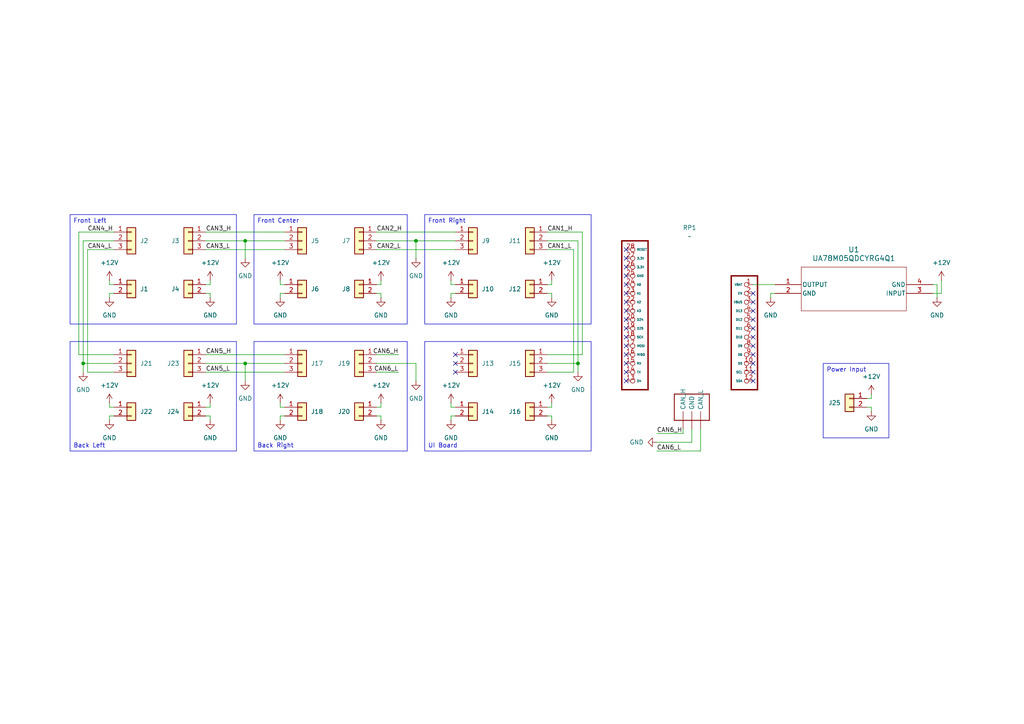
<source format=kicad_sch>
(kicad_sch (version 20231120) (generator "eeschema") (generator_version "8.0")
  (paper "A4")
  (title_block (title "testbench") (date "2025-01-22") (company "Bruin Supermileage") (comment 1 "Dylan Kwong"))
  (lib_symbols
    (symbol "Connector_Generic:Conn_01x02" (pin_names (offset 1.016) hide)
      (property "Reference" "J" (at 0 2.54 0))
      (property "Value" "Conn_01x02" (at 0 -5.08 0))
      (symbol "Conn_01x02_1_1"
        (rectangle (start -1.27 -2.413) (end 0 -2.667) (stroke (width 0.1524)))
        (rectangle (start -1.27 0.127) (end 0 -0.127) (stroke (width 0.1524)))
        (rectangle (start -1.27 1.27) (end 1.27 -3.81) (stroke (width 0.254)) (fill (type background)))
        (pin passive line (at -5.08 0 0) (length 3.81) (name "Pin_1") (number "1"))
        (pin passive line (at -5.08 -2.54 0) (length 3.81) (name "Pin_2") (number "2"))
      )
    )
    (symbol "Connector_Generic:Conn_01x03" (pin_names (offset 1.016) hide)
      (property "Reference" "J" (at 0 5.08 0))
      (property "Value" "Conn_01x03" (at 0 -5.08 0))
      (symbol "Conn_01x03_1_1"
        (rectangle (start -1.27 -2.413) (end 0 -2.667) (stroke (width 0.1524)))
        (rectangle (start -1.27 0.127) (end 0 -0.127) (stroke (width 0.1524)))
        (rectangle (start -1.27 2.667) (end 0 2.413) (stroke (width 0.1524)))
        (rectangle (start -1.27 3.81) (end 1.27 -3.81) (stroke (width 0.254)) (fill (type background)))
        (pin passive line (at -5.08 2.54 0) (length 3.81) (name "Pin_1") (number "1"))
        (pin passive line (at -5.08 0 0) (length 3.81) (name "Pin_2") (number "2"))
        (pin passive line (at -5.08 -2.54 0) (length 3.81) (name "Pin_3") (number "3"))
      )
    )
    (symbol "SMV_Custom:RP2040"
      (property "Reference" "RP" (at 0 39.37 0))
      (symbol "RP2040_1_0"
        (polyline (pts (xy -20.32 -8.89) (xy -20.32 34.29)) (stroke (width 0.4064)))
        (polyline (pts (xy -20.32 34.29) (xy -12.7 34.29)) (stroke (width 0.4064)))
        (polyline (pts (xy -12.7 -8.89) (xy -20.32 -8.89)) (stroke (width 0.4064)))
        (polyline (pts (xy -12.7 34.29) (xy -12.7 -8.89)) (stroke (width 0.4064)))
        (polyline (pts (xy -5.08 -17.78) (xy 5.08 -17.78)) (stroke (width 0.254)))
        (polyline (pts (xy -5.08 -10.16) (xy -5.08 -17.78)) (stroke (width 0.254)))
        (polyline (pts (xy 5.08 -17.78) (xy 5.08 -10.16)) (stroke (width 0.254)))
        (polyline (pts (xy 5.08 -10.16) (xy -5.08 -10.16)) (stroke (width 0.254)))
        (polyline (pts (xy 11.43 -8.89) (xy 11.43 24.13)) (stroke (width 0.4064)))
        (polyline (pts (xy 11.43 24.13) (xy 19.05 24.13)) (stroke (width 0.4064)))
        (polyline (pts (xy 19.05 -8.89) (xy 11.43 -8.89)) (stroke (width 0.4064)))
        (polyline (pts (xy 19.05 24.13) (xy 19.05 -8.89)) (stroke (width 0.4064)))
        (pin passive inverted (at 17.78 21.59 180) (length 2.54) (name "VBAT") (number "1"))
        (pin passive inverted (at 17.78 -1.27 180) (length 2.54) (name "D5") (number "10"))
        (pin passive inverted (at 17.78 -3.81 180) (length 2.54) (name "SCL") (number "11"))
        (pin passive inverted (at 17.78 -6.35 180) (length 2.54) (name "SDA") (number "12"))
        (pin passive inverted (at -19.05 -6.35 0) (length 2.54) (name "D4") (number "13"))
        (pin passive inverted (at -19.05 -3.81 0) (length 2.54) (name "TX") (number "14"))
        (pin passive inverted (at -19.05 -1.27 0) (length 2.54) (name "RX") (number "15"))
        (pin passive inverted (at -19.05 1.27 0) (length 2.54) (name "MISO") (number "16"))
        (pin passive inverted (at -19.05 3.81 0) (length 2.54) (name "MOSI") (number "17"))
        (pin passive inverted (at -19.05 6.35 0) (length 2.54) (name "SCK") (number "18"))
        (pin passive inverted (at -19.05 8.89 0) (length 2.54) (name "D25") (number "19"))
        (pin passive inverted (at 17.78 19.05 180) (length 2.54) (name "EN") (number "2"))
        (pin passive inverted (at -19.05 11.43 0) (length 2.54) (name "D24") (number "20"))
        (pin passive inverted (at -19.05 13.97 0) (length 2.54) (name "A3") (number "21"))
        (pin passive inverted (at -19.05 16.51 0) (length 2.54) (name "A2") (number "22"))
        (pin passive inverted (at -19.05 19.05 0) (length 2.54) (name "A1") (number "23"))
        (pin passive inverted (at -19.05 21.59 0) (length 2.54) (name "A0") (number "24"))
        (pin passive inverted (at -19.05 24.13 0) (length 2.54) (name "GND") (number "25"))
        (pin passive inverted (at -19.05 26.67 0) (length 2.54) (name "3.3V") (number "26"))
        (pin passive inverted (at -19.05 29.21 0) (length 2.54) (name "3.3V") (number "27"))
        (pin passive inverted (at -19.05 31.75 0) (length 2.54) (name "RESET") (number "28"))
        (pin passive line (at 2.54 -20.32 90) (length 5.08) (name "CAN_L") (number "29"))
        (pin passive inverted (at 17.78 16.51 180) (length 2.54) (name "VBUS") (number "3"))
        (pin passive line (at 0 -20.32 90) (length 5.08) (name "GND") (number "30"))
        (pin passive line (at -2.54 -20.32 90) (length 5.08) (name "CAN_H") (number "31"))
        (pin passive inverted (at 17.78 13.97 180) (length 2.54) (name "D13") (number "4"))
        (pin passive inverted (at 17.78 11.43 180) (length 2.54) (name "D12") (number "5"))
        (pin passive inverted (at 17.78 8.89 180) (length 2.54) (name "D11") (number "6"))
        (pin passive inverted (at 17.78 6.35 180) (length 2.54) (name "D10") (number "7"))
        (pin passive inverted (at 17.78 3.81 180) (length 2.54) (name "D9") (number "8"))
        (pin passive inverted (at 17.78 1.27 180) (length 2.54) (name "D6") (number "9"))
      )
    )
    (symbol "SMV_Custom:UA78M05QDCYRG4Q1" (pin_names (offset 0.254))
      (property "Reference" "U" (at 22.86 10.16 0))
      (property "Value" "UA78M05QDCYRG4Q1" (at 24.13 7.62 0))
      (symbol "UA78M05QDCYRG4Q1_0_1"
        (polyline (pts (xy 7.62 -7.62) (xy 38.1 -7.62)) (stroke (width 0.127)))
        (polyline (pts (xy 7.62 5.08) (xy 7.62 -7.62)) (stroke (width 0.127)))
        (polyline (pts (xy 38.1 -7.62) (xy 38.1 5.08)) (stroke (width 0.127)))
        (polyline (pts (xy 38.1 5.08) (xy 7.62 5.08)) (stroke (width 0.127)))
        (pin output line (at 0 0 0) (length 7.62) (name "OUTPUT") (number "1"))
        (pin unspecified line (at 0 -2.54 0) (length 7.62) (name "GND") (number "2"))
        (pin input line (at 45.72 -2.54 180) (length 7.62) (name "INPUT") (number "3"))
      )
      (symbol "UA78M05QDCYRG4Q1_1_1"
        (pin unspecified line (at 45.72 0 180) (length 7.62) (name "GND") (number "4"))
      )
    )
    (symbol "power:+12V" (power) (pin_numbers hide) (pin_names (offset 0) hide)
      (property "Value" "+12V" (at 0 3.556 0))
      (symbol "+12V_0_1"
        (polyline (pts (xy -0.762 1.27) (xy 0 2.54)))
        (polyline (pts (xy 0 0) (xy 0 2.54)))
        (polyline (pts (xy 0 2.54) (xy 0.762 1.27)))
      )
      (symbol "+12V_1_1"
        (pin power_in line (at 0 0 90) (length 0) (name "~") (number "1"))
      )
    )
    (symbol "power:GND" (power) (pin_numbers hide) (pin_names (offset 0) hide)
      (property "Value" "GND" (at 0 -3.81 0))
      (symbol "GND_0_1"
        (polyline (pts (xy 0 0) (xy 0 -1.27) (xy 1.27 -1.27) (xy 0 -2.54) (xy -1.27 -1.27) (xy 0 -1.27)))
      )
      (symbol "GND_1_1"
        (pin power_in line (at 0 0 270) (length 0) (name "~") (number "1"))
      )
    )
  )
  (junction (at 120.65 69.85))
  (junction (at 167.64 105.41))
  (junction (at 24.13 105.41))
  (junction (at 71.12 105.41))
  (junction (at 71.12 69.85))
  (no_connect (at 181.61 90.17))
  (no_connect (at 181.61 74.93))
  (no_connect (at 218.44 85.09))
  (no_connect (at 218.44 100.33))
  (no_connect (at 218.44 90.17))
  (no_connect (at 181.61 110.49))
  (no_connect (at 181.61 77.47))
  (no_connect (at 218.44 95.25))
  (no_connect (at 181.61 100.33))
  (no_connect (at 181.61 97.79))
  (no_connect (at 218.44 92.71))
  (no_connect (at 181.61 92.71))
  (no_connect (at 181.61 82.55))
  (no_connect (at 218.44 102.87))
  (no_connect (at 218.44 87.63))
  (no_connect (at 181.61 102.87))
  (no_connect (at 218.44 105.41))
  (no_connect (at 132.08 102.87))
  (no_connect (at 218.44 110.49))
  (no_connect (at 181.61 95.25))
  (no_connect (at 218.44 107.95))
  (no_connect (at 181.61 107.95))
  (no_connect (at 181.61 72.39))
  (no_connect (at 181.61 80.01))
  (no_connect (at 132.08 107.95))
  (no_connect (at 218.44 97.79))
  (no_connect (at 132.08 105.41))
  (no_connect (at 181.61 87.63))
  (no_connect (at 181.61 85.09))
  (no_connect (at 181.61 105.41))
  (wire (pts (xy 120.65 105.41) (xy 120.65 110.49)))
  (wire (pts (xy 160.02 81.28) (xy 160.02 82.55)))
  (wire (pts (xy 130.81 120.65) (xy 132.08 120.65)))
  (wire (pts (xy 59.69 67.31) (xy 82.55 67.31)))
  (wire (pts (xy 60.96 118.11) (xy 59.69 118.11)))
  (wire (pts (xy 33.02 107.95) (xy 25.4 107.95)))
  (wire (pts (xy 158.75 105.41) (xy 167.64 105.41)))
  (wire (pts (xy 160.02 118.11) (xy 158.75 118.11)))
  (wire (pts (xy 31.75 85.09) (xy 33.02 85.09)))
  (wire (pts (xy 31.75 86.36) (xy 31.75 85.09)))
  (wire (pts (xy 190.5 128.27) (xy 200.66 128.27)))
  (wire (pts (xy 160.02 85.09) (xy 158.75 85.09)))
  (wire (pts (xy 168.91 67.31) (xy 158.75 67.31)))
  (wire (pts (xy 81.28 82.55) (xy 82.55 82.55)))
  (wire (pts (xy 59.69 72.39) (xy 82.55 72.39)))
  (wire (pts (xy 130.81 118.11) (xy 132.08 118.11)))
  (wire (pts (xy 168.91 102.87) (xy 168.91 67.31)))
  (wire (pts (xy 31.75 120.65) (xy 33.02 120.65)))
  (wire (pts (xy 160.02 121.92) (xy 160.02 120.65)))
  (wire (pts (xy 81.28 81.28) (xy 81.28 82.55)))
  (wire (pts (xy 59.69 107.95) (xy 82.55 107.95)))
  (wire (pts (xy 198.12 125.73) (xy 198.12 124.46)))
  (wire (pts (xy 200.66 128.27) (xy 200.66 124.46)))
  (wire (pts (xy 115.57 102.87) (xy 109.22 102.87)))
  (wire (pts (xy 158.75 102.87) (xy 168.91 102.87)))
  (wire (pts (xy 24.13 105.41) (xy 33.02 105.41)))
  (wire (pts (xy 130.81 81.28) (xy 130.81 82.55)))
  (wire (pts (xy 160.02 120.65) (xy 158.75 120.65)))
  (wire (pts (xy 110.49 116.84) (xy 110.49 118.11)))
  (wire (pts (xy 130.81 85.09) (xy 132.08 85.09)))
  (wire (pts (xy 160.02 82.55) (xy 158.75 82.55)))
  (wire (pts (xy 130.81 82.55) (xy 132.08 82.55)))
  (wire (pts (xy 252.73 118.11) (xy 251.46 118.11)))
  (wire (pts (xy 110.49 86.36) (xy 110.49 85.09)))
  (wire (pts (xy 109.22 67.31) (xy 132.08 67.31)))
  (wire (pts (xy 81.28 85.09) (xy 82.55 85.09)))
  (wire (pts (xy 109.22 72.39) (xy 132.08 72.39)))
  (wire (pts (xy 252.73 119.38) (xy 252.73 118.11)))
  (wire (pts (xy 110.49 118.11) (xy 109.22 118.11)))
  (wire (pts (xy 203.2 124.46) (xy 203.2 130.81)))
  (wire (pts (xy 22.86 102.87) (xy 22.86 67.31)))
  (wire (pts (xy 166.37 72.39) (xy 158.75 72.39)))
  (wire (pts (xy 71.12 69.85) (xy 82.55 69.85)))
  (wire (pts (xy 273.05 81.28) (xy 273.05 85.09)))
  (wire (pts (xy 158.75 69.85) (xy 167.64 69.85)))
  (wire (pts (xy 167.64 69.85) (xy 167.64 105.41)))
  (wire (pts (xy 190.5 125.73) (xy 198.12 125.73)))
  (wire (pts (xy 115.57 107.95) (xy 109.22 107.95)))
  (wire (pts (xy 110.49 82.55) (xy 109.22 82.55)))
  (wire (pts (xy 120.65 69.85) (xy 132.08 69.85)))
  (wire (pts (xy 160.02 116.84) (xy 160.02 118.11)))
  (wire (pts (xy 110.49 120.65) (xy 109.22 120.65)))
  (wire (pts (xy 223.52 86.36) (xy 223.52 85.09)))
  (wire (pts (xy 60.96 85.09) (xy 59.69 85.09)))
  (wire (pts (xy 59.69 102.87) (xy 82.55 102.87)))
  (wire (pts (xy 81.28 118.11) (xy 82.55 118.11)))
  (wire (pts (xy 252.73 115.57) (xy 251.46 115.57)))
  (wire (pts (xy 109.22 105.41) (xy 120.65 105.41)))
  (wire (pts (xy 60.96 116.84) (xy 60.96 118.11)))
  (wire (pts (xy 270.51 85.09) (xy 273.05 85.09)))
  (wire (pts (xy 81.28 121.92) (xy 81.28 120.65)))
  (wire (pts (xy 81.28 86.36) (xy 81.28 85.09)))
  (wire (pts (xy 252.73 114.3) (xy 252.73 115.57)))
  (wire (pts (xy 60.96 81.28) (xy 60.96 82.55)))
  (wire (pts (xy 223.52 85.09) (xy 224.79 85.09)))
  (wire (pts (xy 33.02 69.85) (xy 24.13 69.85)))
  (wire (pts (xy 130.81 116.84) (xy 130.81 118.11)))
  (wire (pts (xy 271.78 86.36) (xy 271.78 82.55)))
  (wire (pts (xy 31.75 116.84) (xy 31.75 118.11)))
  (wire (pts (xy 160.02 86.36) (xy 160.02 85.09)))
  (wire (pts (xy 60.96 120.65) (xy 59.69 120.65)))
  (wire (pts (xy 158.75 107.95) (xy 166.37 107.95)))
  (wire (pts (xy 130.81 86.36) (xy 130.81 85.09)))
  (wire (pts (xy 218.44 82.55) (xy 224.79 82.55)))
  (wire (pts (xy 60.96 86.36) (xy 60.96 85.09)))
  (wire (pts (xy 25.4 72.39) (xy 33.02 72.39)))
  (wire (pts (xy 33.02 102.87) (xy 22.86 102.87)))
  (wire (pts (xy 31.75 118.11) (xy 33.02 118.11)))
  (wire (pts (xy 166.37 107.95) (xy 166.37 72.39)))
  (wire (pts (xy 59.69 69.85) (xy 71.12 69.85)))
  (wire (pts (xy 110.49 81.28) (xy 110.49 82.55)))
  (wire (pts (xy 71.12 105.41) (xy 82.55 105.41)))
  (wire (pts (xy 120.65 69.85) (xy 120.65 74.93)))
  (wire (pts (xy 271.78 82.55) (xy 270.51 82.55)))
  (wire (pts (xy 81.28 120.65) (xy 82.55 120.65)))
  (wire (pts (xy 24.13 69.85) (xy 24.13 105.41)))
  (wire (pts (xy 71.12 69.85) (xy 71.12 74.93)))
  (wire (pts (xy 71.12 105.41) (xy 71.12 110.49)))
  (wire (pts (xy 109.22 69.85) (xy 120.65 69.85)))
  (wire (pts (xy 167.64 105.41) (xy 167.64 107.95)))
  (wire (pts (xy 130.81 121.92) (xy 130.81 120.65)))
  (wire (pts (xy 31.75 121.92) (xy 31.75 120.65)))
  (wire (pts (xy 22.86 67.31) (xy 33.02 67.31)))
  (wire (pts (xy 24.13 105.41) (xy 24.13 107.95)))
  (wire (pts (xy 31.75 81.28) (xy 31.75 82.55)))
  (wire (pts (xy 25.4 107.95) (xy 25.4 72.39)))
  (wire (pts (xy 31.75 82.55) (xy 33.02 82.55)))
  (wire (pts (xy 110.49 85.09) (xy 109.22 85.09)))
  (wire (pts (xy 60.96 121.92) (xy 60.96 120.65)))
  (wire (pts (xy 203.2 130.81) (xy 190.5 130.81)))
  (wire (pts (xy 59.69 105.41) (xy 71.12 105.41)))
  (wire (pts (xy 60.96 82.55) (xy 59.69 82.55)))
  (wire (pts (xy 81.28 116.84) (xy 81.28 118.11)))
  (wire (pts (xy 110.49 121.92) (xy 110.49 120.65)))
  (text_box "Back Right" (at 73.66 99.06 0) (size 44.45 31.75) (effects (font (size 1.27 1.27)) (justify left bottom)))
  (text_box "Front Left" (at 20.32 62.23 0) (size 48.26 31.75) (effects (font (size 1.27 1.27)) (justify left top)))
  (text_box "Power Input" (at 238.76 105.41 0) (size 19.05 21.59) (effects (font (size 1.27 1.27)) (justify left top)))
  (text_box "Front Right" (at 123.19 62.23 0) (size 48.26 31.75) (effects (font (size 1.27 1.27)) (justify left top)))
  (text_box "Front Center\n" (at 73.66 62.23 0) (size 44.45 31.75) (effects (font (size 1.27 1.27)) (justify left top)))
  (text_box "Back Left" (at 20.32 99.06 0) (size 48.26 31.75) (effects (font (size 1.27 1.27)) (justify left bottom)))
  (text_box "UI Board" (at 123.19 99.06 0) (size 48.26 31.75) (effects (font (size 1.27 1.27)) (justify left bottom)))
  (label "CAN6_H" (at 115.57 102.87 180))
  (label "CAN4_L" (at 25.4 72.39 0))
  (label "CAN1_H" (at 158.75 67.31 0))
  (label "CAN5_H" (at 59.69 102.87 0))
  (label "CAN6_L" (at 190.5 130.81 0))
  (label "CAN6_L" (at 115.57 107.95 180))
  (label "CAN1_L" (at 158.75 72.39 0))
  (label "CAN3_H" (at 59.69 67.31 0))
  (label "CAN5_L" (at 59.69 107.95 0))
  (label "CAN2_H" (at 109.22 67.31 0))
  (label "CAN2_L" (at 109.22 72.39 0))
  (label "CAN4_H" (at 25.4 67.31 0))
  (label "CAN3_L" (at 59.69 72.39 0))
  (label "CAN6_H" (at 190.5 125.73 0))
  (symbol (lib_id "power:GND") (at 60.96 86.36 0) (unit 1)
    (property "Reference" "#PWR02" (effects (hide yes)))
    (property "Value" "GND" (at 60.96 91.44 0))
    (property "Description" "Power symbol creates a global label with name \"GND\" , ground" (effects (hide yes)))
  )
  (symbol (lib_id "SMV_Custom:RP2040") (at 200.66 104.14 0) (unit 1)
    (property "Reference" "RP1" (at 200.025 66.04 0))
    (property "Value" "~" (at 200.025 68.58 0))
    (property "Footprint" "SMV_Connectors:RP2040" (effects (hide yes)))
  )
  (symbol (lib_id "power:GND") (at 24.13 107.95 0) (unit 1)
    (property "Reference" "#PWR029" (effects (hide yes)))
    (property "Value" "GND" (at 24.13 113.03 0))
    (property "Description" "Power symbol creates a global label with name \"GND\" , ground" (effects (hide yes)))
  )
  (symbol (lib_id "power:+12V") (at 130.81 81.28 0) (mirror y) (unit 1)
    (property "Reference" "#PWR09" (effects (hide yes)))
    (property "Value" "+12V" (at 130.81 76.2 0))
    (property "Description" "Power symbol creates a global label with name \"+12V\"" (effects (hide yes)))
  )
  (symbol (lib_id "power:GND") (at 31.75 86.36 0) (mirror y) (unit 1)
    (property "Reference" "#PWR04" (effects (hide yes)))
    (property "Value" "GND" (at 31.75 91.44 0))
    (property "Description" "Power symbol creates a global label with name \"GND\" , ground" (effects (hide yes)))
  )
  (symbol (lib_id "power:GND") (at 60.96 121.92 0) (unit 1)
    (property "Reference" "#PWR024" (effects (hide yes)))
    (property "Value" "GND" (at 60.96 127 0))
    (property "Description" "Power symbol creates a global label with name \"GND\" , ground" (effects (hide yes)))
  )
  (symbol (lib_id "power:GND") (at 120.65 110.49 0) (unit 1)
    (property "Reference" "#PWR027" (effects (hide yes)))
    (property "Value" "GND" (at 120.65 115.57 0))
    (property "Description" "Power symbol creates a global label with name \"GND\" , ground" (effects (hide yes)))
  )
  (symbol (lib_id "Connector_Generic:Conn_01x03") (at 38.1 69.85 0) (unit 1)
    (property "Reference" "J2" (at 40.64 69.85 0) (effects (justify left)))
    (property "Value" "Conn_01x03" (effects (hide yes)))
    (property "Description" "Generic connector, single row, 01x03, script generated (kicad-library-utils/schlib/autogen/connector/)" (effects (hide yes)))
  )
  (symbol (lib_id "Connector_Generic:Conn_01x02") (at 54.61 118.11 0) (mirror y) (unit 1)
    (property "Reference" "J24" (at 52.07 119.38 0) (effects (justify left)))
    (property "Value" "Conn_01x02" (effects (hide yes)))
    (property "Description" "Generic connector, single row, 01x02, script generated (kicad-library-utils/schlib/autogen/connector/)" (effects (hide yes)))
  )
  (symbol (lib_id "Connector_Generic:Conn_01x02") (at 104.14 118.11 0) (mirror y) (unit 1)
    (property "Reference" "J20" (at 101.6 119.38 0) (effects (justify left)))
    (property "Value" "Conn_01x02" (effects (hide yes)))
    (property "Description" "Generic connector, single row, 01x02, script generated (kicad-library-utils/schlib/autogen/connector/)" (effects (hide yes)))
  )
  (symbol (lib_id "power:+12V") (at 110.49 116.84 0) (unit 1)
    (property "Reference" "#PWR019" (effects (hide yes)))
    (property "Value" "+12V" (at 110.49 111.76 0))
    (property "Description" "Power symbol creates a global label with name \"+12V\"" (effects (hide yes)))
  )
  (symbol (lib_id "power:GND") (at 160.02 86.36 0) (unit 1)
    (property "Reference" "#PWR012" (effects (hide yes)))
    (property "Value" "GND" (at 160.02 91.44 0))
    (property "Description" "Power symbol creates a global label with name \"GND\" , ground" (effects (hide yes)))
  )
  (symbol (lib_id "power:GND") (at 110.49 86.36 0) (unit 1)
    (property "Reference" "#PWR08" (effects (hide yes)))
    (property "Value" "GND" (at 110.49 91.44 0))
    (property "Description" "Power symbol creates a global label with name \"GND\" , ground" (effects (hide yes)))
  )
  (symbol (lib_id "power:GND") (at 81.28 86.36 0) (mirror y) (unit 1)
    (property "Reference" "#PWR06" (effects (hide yes)))
    (property "Value" "GND" (at 81.28 91.44 0))
    (property "Description" "Power symbol creates a global label with name \"GND\" , ground" (effects (hide yes)))
  )
  (symbol (lib_id "power:GND") (at 223.52 86.36 0) (mirror y) (unit 1)
    (property "Reference" "#PWR031" (effects (hide yes)))
    (property "Value" "GND" (at 223.52 91.44 0))
    (property "Description" "Power symbol creates a global label with name \"GND\" , ground" (effects (hide yes)))
  )
  (symbol (lib_id "Connector_Generic:Conn_01x02") (at 153.67 118.11 0) (mirror y) (unit 1)
    (property "Reference" "J16" (at 151.13 119.38 0) (effects (justify left)))
    (property "Value" "Conn_01x02" (effects (hide yes)))
    (property "Description" "Generic connector, single row, 01x02, script generated (kicad-library-utils/schlib/autogen/connector/)" (effects (hide yes)))
  )
  (symbol (lib_id "SMV_Custom:UA78M05QDCYRG4Q1") (at 224.79 82.55 0) (unit 1)
    (property "Reference" "U1" (at 247.65 72.39 0) (effects (font (size 1.524 1.524))))
    (property "Value" "UA78M05QDCYRG4Q1" (at 247.65 74.93 0) (effects (font (size 1.524 1.524))))
    (property "Footprint" "SMV_ICs:DCY4_TEX" (effects (hide yes)))
    (property "Datasheet" "UA78M05QDCYRG4Q1" (effects (hide yes)))
  )
  (symbol (lib_id "power:+12V") (at 273.05 81.28 0) (mirror y) (unit 1)
    (property "Reference" "#PWR033" (effects (hide yes)))
    (property "Value" "+12V" (at 273.05 76.2 0))
    (property "Description" "Power symbol creates a global label with name \"+12V\"" (effects (hide yes)))
  )
  (symbol (lib_id "power:+12V") (at 81.28 116.84 0) (mirror y) (unit 1)
    (property "Reference" "#PWR017" (effects (hide yes)))
    (property "Value" "+12V" (at 81.28 111.76 0))
    (property "Description" "Power symbol creates a global label with name \"+12V\"" (effects (hide yes)))
  )
  (symbol (lib_id "power:+12V") (at 160.02 116.84 0) (unit 1)
    (property "Reference" "#PWR015" (effects (hide yes)))
    (property "Value" "+12V" (at 160.02 111.76 0))
    (property "Description" "Power symbol creates a global label with name \"+12V\"" (effects (hide yes)))
  )
  (symbol (lib_id "power:GND") (at 81.28 121.92 0) (mirror y) (unit 1)
    (property "Reference" "#PWR018" (effects (hide yes)))
    (property "Value" "GND" (at 81.28 127 0))
    (property "Description" "Power symbol creates a global label with name \"GND\" , ground" (effects (hide yes)))
  )
  (symbol (lib_id "Connector_Generic:Conn_01x03") (at 104.14 69.85 0) (mirror y) (unit 1)
    (property "Reference" "J7" (at 101.6 69.85 0) (effects (justify left)))
    (property "Value" "Conn_01x03" (effects (hide yes)))
    (property "Description" "Generic connector, single row, 01x03, script generated (kicad-library-utils/schlib/autogen/connector/)" (effects (hide yes)))
  )
  (symbol (lib_id "power:+12V") (at 160.02 81.28 0) (unit 1)
    (property "Reference" "#PWR011" (effects (hide yes)))
    (property "Value" "+12V" (at 160.02 76.2 0))
    (property "Description" "Power symbol creates a global label with name \"+12V\"" (effects (hide yes)))
  )
  (symbol (lib_id "Connector_Generic:Conn_01x03") (at 137.16 69.85 0) (unit 1)
    (property "Reference" "J9" (at 139.7 69.85 0) (effects (justify left)))
    (property "Value" "Conn_01x03" (effects (hide yes)))
    (property "Description" "Generic connector, single row, 01x03, script generated (kicad-library-utils/schlib/autogen/connector/)" (effects (hide yes)))
  )
  (symbol (lib_id "Connector_Generic:Conn_01x02") (at 137.16 82.55 0) (unit 1)
    (property "Reference" "J10" (at 139.7 83.82 0) (effects (justify left)))
    (property "Value" "Conn_01x02" (effects (hide yes)))
    (property "Description" "Generic connector, single row, 01x02, script generated (kicad-library-utils/schlib/autogen/connector/)" (effects (hide yes)))
  )
  (symbol (lib_id "power:+12V") (at 252.73 114.3 0) (unit 1)
    (property "Reference" "#PWR035" (effects (hide yes)))
    (property "Value" "+12V" (at 252.73 109.22 0))
    (property "Description" "Power symbol creates a global label with name \"+12V\"" (effects (hide yes)))
  )
  (symbol (lib_id "power:GND") (at 160.02 121.92 0) (unit 1)
    (property "Reference" "#PWR016" (effects (hide yes)))
    (property "Value" "GND" (at 160.02 127 0))
    (property "Description" "Power symbol creates a global label with name \"GND\" , ground" (effects (hide yes)))
  )
  (symbol (lib_id "power:+12V") (at 110.49 81.28 0) (unit 1)
    (property "Reference" "#PWR07" (effects (hide yes)))
    (property "Value" "+12V" (at 110.49 76.2 0))
    (property "Description" "Power symbol creates a global label with name \"+12V\"" (effects (hide yes)))
  )
  (symbol (lib_id "power:+12V") (at 60.96 116.84 0) (unit 1)
    (property "Reference" "#PWR023" (effects (hide yes)))
    (property "Value" "+12V" (at 60.96 111.76 0))
    (property "Description" "Power symbol creates a global label with name \"+12V\"" (effects (hide yes)))
  )
  (symbol (lib_id "Connector_Generic:Conn_01x02") (at 87.63 118.11 0) (unit 1)
    (property "Reference" "J18" (at 90.17 119.38 0) (effects (justify left)))
    (property "Value" "Conn_01x02" (effects (hide yes)))
    (property "Description" "Generic connector, single row, 01x02, script generated (kicad-library-utils/schlib/autogen/connector/)" (effects (hide yes)))
  )
  (symbol (lib_id "power:GND") (at 130.81 86.36 0) (mirror y) (unit 1)
    (property "Reference" "#PWR010" (effects (hide yes)))
    (property "Value" "GND" (at 130.81 91.44 0))
    (property "Description" "Power symbol creates a global label with name \"GND\" , ground" (effects (hide yes)))
  )
  (symbol (lib_id "Connector_Generic:Conn_01x03") (at 38.1 105.41 0) (unit 1)
    (property "Reference" "J21" (at 40.64 105.41 0) (effects (justify left)))
    (property "Value" "Conn_01x03" (effects (hide yes)))
    (property "Description" "Generic connector, single row, 01x03, script generated (kicad-library-utils/schlib/autogen/connector/)" (effects (hide yes)))
  )
  (symbol (lib_id "power:+12V") (at 81.28 81.28 0) (mirror y) (unit 1)
    (property "Reference" "#PWR05" (effects (hide yes)))
    (property "Value" "+12V" (at 81.28 76.2 0))
    (property "Description" "Power symbol creates a global label with name \"+12V\"" (effects (hide yes)))
  )
  (symbol (lib_id "Connector_Generic:Conn_01x02") (at 246.38 115.57 0) (mirror y) (unit 1)
    (property "Reference" "J25" (at 242.062 116.84 0))
    (property "Value" "Conn_01x02" (effects (hide yes)))
    (property "Description" "Generic connector, single row, 01x02, script generated (kicad-library-utils/schlib/autogen/connector/)" (effects (hide yes)))
  )
  (symbol (lib_id "power:+12V") (at 60.96 81.28 0) (unit 1)
    (property "Reference" "#PWR01" (effects (hide yes)))
    (property "Value" "+12V" (at 60.96 76.2 0))
    (property "Description" "Power symbol creates a global label with name \"+12V\"" (effects (hide yes)))
  )
  (symbol (lib_id "power:GND") (at 252.73 119.38 0) (unit 1)
    (property "Reference" "#PWR036" (effects (hide yes)))
    (property "Value" "GND" (at 252.73 124.46 0))
    (property "Description" "Power symbol creates a global label with name \"GND\" , ground" (effects (hide yes)))
  )
  (symbol (lib_id "Connector_Generic:Conn_01x02") (at 38.1 82.55 0) (unit 1)
    (property "Reference" "J1" (at 40.64 83.82 0) (effects (justify left)))
    (property "Value" "Conn_01x02" (effects (hide yes)))
    (property "Description" "Generic connector, single row, 01x02, script generated (kicad-library-utils/schlib/autogen/connector/)" (effects (hide yes)))
  )
  (symbol (lib_id "power:+12V") (at 31.75 81.28 0) (mirror y) (unit 1)
    (property "Reference" "#PWR03" (effects (hide yes)))
    (property "Value" "+12V" (at 31.75 76.2 0))
    (property "Description" "Power symbol creates a global label with name \"+12V\"" (effects (hide yes)))
  )
  (symbol (lib_id "Connector_Generic:Conn_01x02") (at 137.16 118.11 0) (unit 1)
    (property "Reference" "J14" (at 139.7 119.38 0) (effects (justify left)))
    (property "Value" "Conn_01x02" (effects (hide yes)))
    (property "Description" "Generic connector, single row, 01x02, script generated (kicad-library-utils/schlib/autogen/connector/)" (effects (hide yes)))
  )
  (symbol (lib_id "Connector_Generic:Conn_01x03") (at 54.61 69.85 0) (mirror y) (unit 1)
    (property "Reference" "J3" (at 52.07 69.85 0) (effects (justify left)))
    (property "Value" "Conn_01x03" (effects (hide yes)))
    (property "Description" "Generic connector, single row, 01x03, script generated (kicad-library-utils/schlib/autogen/connector/)" (effects (hide yes)))
  )
  (symbol (lib_id "power:GND") (at 31.75 121.92 0) (mirror y) (unit 1)
    (property "Reference" "#PWR022" (effects (hide yes)))
    (property "Value" "GND" (at 31.75 127 0))
    (property "Description" "Power symbol creates a global label with name \"GND\" , ground" (effects (hide yes)))
  )
  (symbol (lib_id "power:GND") (at 130.81 121.92 0) (mirror y) (unit 1)
    (property "Reference" "#PWR014" (effects (hide yes)))
    (property "Value" "GND" (at 130.81 127 0))
    (property "Description" "Power symbol creates a global label with name \"GND\" , ground" (effects (hide yes)))
  )
  (symbol (lib_id "Connector_Generic:Conn_01x03") (at 153.67 105.41 0) (mirror y) (unit 1)
    (property "Reference" "J15" (at 151.13 105.41 0) (effects (justify left)))
    (property "Value" "Conn_01x03" (effects (hide yes)))
    (property "Description" "Generic connector, single row, 01x03, script generated (kicad-library-utils/schlib/autogen/connector/)" (effects (hide yes)))
  )
  (symbol (lib_id "Connector_Generic:Conn_01x02") (at 38.1 118.11 0) (unit 1)
    (property "Reference" "J22" (at 40.64 119.38 0) (effects (justify left)))
    (property "Value" "Conn_01x02" (effects (hide yes)))
    (property "Description" "Generic connector, single row, 01x02, script generated (kicad-library-utils/schlib/autogen/connector/)" (effects (hide yes)))
  )
  (symbol (lib_id "power:GND") (at 167.64 107.95 0) (unit 1)
    (property "Reference" "#PWR030" (effects (hide yes)))
    (property "Value" "GND" (at 167.64 113.03 0))
    (property "Description" "Power symbol creates a global label with name \"GND\" , ground" (effects (hide yes)))
  )
  (symbol (lib_id "power:GND") (at 71.12 110.49 0) (unit 1)
    (property "Reference" "#PWR028" (effects (hide yes)))
    (property "Value" "GND" (at 71.12 115.57 0))
    (property "Description" "Power symbol creates a global label with name \"GND\" , ground" (effects (hide yes)))
  )
  (symbol (lib_id "Connector_Generic:Conn_01x03") (at 87.63 105.41 0) (unit 1)
    (property "Reference" "J17" (at 90.17 105.41 0) (effects (justify left)))
    (property "Value" "Conn_01x03" (effects (hide yes)))
    (property "Description" "Generic connector, single row, 01x03, script generated (kicad-library-utils/schlib/autogen/connector/)" (effects (hide yes)))
  )
  (symbol (lib_id "Connector_Generic:Conn_01x03") (at 137.16 105.41 0) (unit 1)
    (property "Reference" "J13" (at 139.7 105.41 0) (effects (justify left)))
    (property "Value" "Conn_01x03" (effects (hide yes)))
    (property "Description" "Generic connector, single row, 01x03, script generated (kicad-library-utils/schlib/autogen/connector/)" (effects (hide yes)))
  )
  (symbol (lib_id "power:GND") (at 110.49 121.92 0) (unit 1)
    (property "Reference" "#PWR020" (effects (hide yes)))
    (property "Value" "GND" (at 110.49 127 0))
    (property "Description" "Power symbol creates a global label with name \"GND\" , ground" (effects (hide yes)))
  )
  (symbol (lib_id "power:GND") (at 271.78 86.36 0) (unit 1)
    (property "Reference" "#PWR032" (effects (hide yes)))
    (property "Value" "GND" (at 271.78 91.44 0))
    (property "Description" "Power symbol creates a global label with name \"GND\" , ground" (effects (hide yes)))
  )
  (symbol (lib_id "Connector_Generic:Conn_01x02") (at 153.67 82.55 0) (mirror y) (unit 1)
    (property "Reference" "J12" (at 151.13 83.82 0) (effects (justify left)))
    (property "Value" "Conn_01x02" (effects (hide yes)))
    (property "Description" "Generic connector, single row, 01x02, script generated (kicad-library-utils/schlib/autogen/connector/)" (effects (hide yes)))
  )
  (symbol (lib_id "Connector_Generic:Conn_01x03") (at 54.61 105.41 0) (mirror y) (unit 1)
    (property "Reference" "J23" (at 52.07 105.41 0) (effects (justify left)))
    (property "Value" "Conn_01x03" (effects (hide yes)))
    (property "Description" "Generic connector, single row, 01x03, script generated (kicad-library-utils/schlib/autogen/connector/)" (effects (hide yes)))
  )
  (symbol (lib_id "power:+12V") (at 130.81 116.84 0) (mirror y) (unit 1)
    (property "Reference" "#PWR013" (effects (hide yes)))
    (property "Value" "+12V" (at 130.81 111.76 0))
    (property "Description" "Power symbol creates a global label with name \"+12V\"" (effects (hide yes)))
  )
  (symbol (lib_id "Connector_Generic:Conn_01x03") (at 104.14 105.41 0) (mirror y) (unit 1)
    (property "Reference" "J19" (at 101.6 105.41 0) (effects (justify left)))
    (property "Value" "Conn_01x03" (effects (hide yes)))
    (property "Description" "Generic connector, single row, 01x03, script generated (kicad-library-utils/schlib/autogen/connector/)" (effects (hide yes)))
  )
  (symbol (lib_id "Connector_Generic:Conn_01x02") (at 104.14 82.55 0) (mirror y) (unit 1)
    (property "Reference" "J8" (at 101.6 83.82 0) (effects (justify left)))
    (property "Value" "Conn_01x02" (effects (hide yes)))
    (property "Description" "Generic connector, single row, 01x02, script generated (kicad-library-utils/schlib/autogen/connector/)" (effects (hide yes)))
  )
  (symbol (lib_id "Connector_Generic:Conn_01x02") (at 87.63 82.55 0) (unit 1)
    (property "Reference" "J6" (at 90.17 83.82 0) (effects (justify left)))
    (property "Value" "Conn_01x02" (effects (hide yes)))
    (property "Description" "Generic connector, single row, 01x02, script generated (kicad-library-utils/schlib/autogen/connector/)" (effects (hide yes)))
  )
  (symbol (lib_id "power:GND") (at 190.5 128.27 270) (unit 1)
    (property "Reference" "#PWR034" (effects (hide yes)))
    (property "Value" "GND" (at 186.69 128.2699 90) (effects (justify right)))
    (property "Description" "Power symbol creates a global label with name \"GND\" , ground" (effects (hide yes)))
  )
  (symbol (lib_id "Connector_Generic:Conn_01x02") (at 54.61 82.55 0) (mirror y) (unit 1)
    (property "Reference" "J4" (at 52.07 83.82 0) (effects (justify left)))
    (property "Value" "Conn_01x02" (effects (hide yes)))
    (property "Description" "Generic connector, single row, 01x02, script generated (kicad-library-utils/schlib/autogen/connector/)" (effects (hide yes)))
  )
  (symbol (lib_id "Connector_Generic:Conn_01x03") (at 87.63 69.85 0) (unit 1)
    (property "Reference" "J5" (at 90.17 69.85 0) (effects (justify left)))
    (property "Value" "Conn_01x03" (effects (hide yes)))
    (property "Description" "Generic connector, single row, 01x03, script generated (kicad-library-utils/schlib/autogen/connector/)" (effects (hide yes)))
  )
  (symbol (lib_id "power:+12V") (at 31.75 116.84 0) (mirror y) (unit 1)
    (property "Reference" "#PWR021" (effects (hide yes)))
    (property "Value" "+12V" (at 31.75 111.76 0))
    (property "Description" "Power symbol creates a global label with name \"+12V\"" (effects (hide yes)))
  )
  (symbol (lib_id "Connector_Generic:Conn_01x03") (at 153.67 69.85 0) (mirror y) (unit 1)
    (property "Reference" "J11" (at 151.13 69.85 0) (effects (justify left)))
    (property "Value" "Conn_01x03" (effects (hide yes)))
    (property "Description" "Generic connector, single row, 01x03, script generated (kicad-library-utils/schlib/autogen/connector/)" (effects (hide yes)))
  )
  (symbol (lib_id "power:GND") (at 120.65 74.93 0) (unit 1)
    (property "Reference" "#PWR026" (effects (hide yes)))
    (property "Value" "GND" (at 120.65 80.01 0))
    (property "Description" "Power symbol creates a global label with name \"GND\" , ground" (effects (hide yes)))
  )
  (symbol (lib_id "power:GND") (at 71.12 74.93 0) (unit 1)
    (property "Reference" "#PWR025" (effects (hide yes)))
    (property "Value" "GND" (at 71.12 80.01 0))
    (property "Description" "Power symbol creates a global label with name \"GND\" , ground" (effects (hide yes)))
  )
)
</source>
